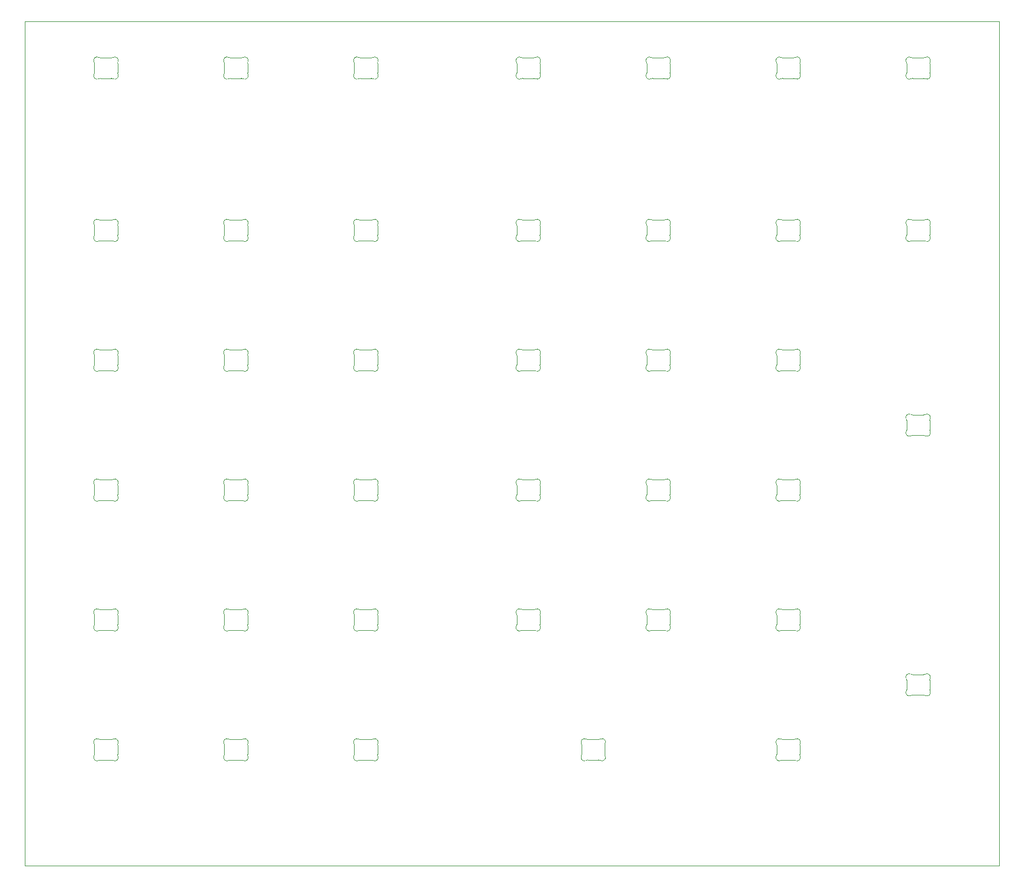
<source format=gbr>
%TF.GenerationSoftware,KiCad,Pcbnew,(6.0.9)*%
%TF.CreationDate,2022-12-06T20:12:41+01:00*%
%TF.ProjectId,tekskey-rounded-num,74656b73-6b65-4792-9d72-6f756e646564,rev?*%
%TF.SameCoordinates,Original*%
%TF.FileFunction,Profile,NP*%
%FSLAX46Y46*%
G04 Gerber Fmt 4.6, Leading zero omitted, Abs format (unit mm)*
G04 Created by KiCad (PCBNEW (6.0.9)) date 2022-12-06 20:12:41*
%MOMM*%
%LPD*%
G01*
G04 APERTURE LIST*
%TA.AperFunction,Profile*%
%ADD10C,0.100000*%
%TD*%
G04 APERTURE END LIST*
D10*
X48135000Y-38691250D02*
X191010000Y-38691250D01*
X191010000Y-38691250D02*
X191010000Y-162516250D01*
X191010000Y-162516250D02*
X48135000Y-162516250D01*
X48135000Y-162516250D02*
X48135000Y-38691250D01*
%TO.C,LED217*%
X96441251Y-87677159D02*
X96441251Y-89082843D01*
X99841249Y-89082843D02*
X99841249Y-87677159D01*
X98935702Y-86880001D02*
X97346798Y-86880001D01*
X97346798Y-89880000D02*
X98935703Y-89880000D01*
X97346797Y-89880001D02*
G75*
G03*
X97094539Y-89948300I3J-500009D01*
G01*
X96441265Y-87677158D02*
G75*
G03*
X96391766Y-87460281I-499615J58D01*
G01*
X96391766Y-89299721D02*
G75*
G03*
X97094539Y-89948300I450514J-216879D01*
G01*
X99187960Y-89948300D02*
G75*
G03*
X99890734Y-89299721I252259J431701D01*
G01*
X99187961Y-89948299D02*
G75*
G03*
X98935703Y-89880000I-252261J-431710D01*
G01*
X98935702Y-86880001D02*
G75*
G03*
X99187961Y-86811702I-2J500009D01*
G01*
X99841249Y-89082844D02*
G75*
G03*
X99890734Y-89299721I499990J-1D01*
G01*
X99890733Y-87460282D02*
G75*
G03*
X99187961Y-86811702I-450513J216880D01*
G01*
X96391764Y-89299720D02*
G75*
G03*
X96441251Y-89082843I-450504J216880D01*
G01*
X99890734Y-87460281D02*
G75*
G03*
X99841249Y-87677159I450505J-216876D01*
G01*
X97094539Y-86811704D02*
G75*
G03*
X96391766Y-87460281I-252258J-431700D01*
G01*
X97094540Y-86811703D02*
G75*
G03*
X97346798Y-86880001I252260J431713D01*
G01*
%TO.C,LED223*%
X78296798Y-108929999D02*
X79885702Y-108929999D01*
X79885702Y-105930000D02*
X78296797Y-105930000D01*
X77391251Y-106727157D02*
X77391251Y-108132841D01*
X80791249Y-108132841D02*
X80791249Y-106727157D01*
X77341768Y-108349719D02*
G75*
G03*
X78044539Y-108998298I450512J-216881D01*
G01*
X78044539Y-105861701D02*
G75*
G03*
X78296797Y-105930000I252261J431711D01*
G01*
X78296798Y-108929999D02*
G75*
G03*
X78044539Y-108998298I2J-500011D01*
G01*
X78044539Y-105861702D02*
G75*
G03*
X77341766Y-106510279I-252258J-431700D01*
G01*
X77391252Y-106727156D02*
G75*
G03*
X77341766Y-106510279I-499302J156D01*
G01*
X77341768Y-108349720D02*
G75*
G03*
X77391251Y-108132841I-450718J216920D01*
G01*
X80791249Y-108132842D02*
G75*
G03*
X80840734Y-108349719I499990J-1D01*
G01*
X79885703Y-105929999D02*
G75*
G03*
X80137961Y-105861700I-3J500009D01*
G01*
X80137960Y-108998298D02*
G75*
G03*
X79885702Y-108929999I-252261J-431710D01*
G01*
X80137961Y-108998296D02*
G75*
G03*
X80840734Y-108349719I252258J431700D01*
G01*
X80840734Y-106510279D02*
G75*
G03*
X80137961Y-105861700I-450515J216878D01*
G01*
X80840734Y-106510279D02*
G75*
G03*
X80791249Y-106727157I450505J-216876D01*
G01*
%TO.C,LED225*%
X121159298Y-108929999D02*
X122748202Y-108929999D01*
X123653749Y-108132841D02*
X123653749Y-106727157D01*
X122748202Y-105930000D02*
X121159297Y-105930000D01*
X120253751Y-106727157D02*
X120253751Y-108132841D01*
X123703234Y-106510279D02*
G75*
G03*
X123000461Y-105861700I-450515J216878D01*
G01*
X120253752Y-106727156D02*
G75*
G03*
X120204266Y-106510279I-499302J156D01*
G01*
X121159298Y-108929999D02*
G75*
G03*
X120907039Y-108998298I2J-500011D01*
G01*
X123703234Y-106510279D02*
G75*
G03*
X123653749Y-106727157I450505J-216876D01*
G01*
X120907039Y-105861701D02*
G75*
G03*
X121159297Y-105930000I252261J431711D01*
G01*
X123653749Y-108132842D02*
G75*
G03*
X123703234Y-108349719I499990J-1D01*
G01*
X122748203Y-105929999D02*
G75*
G03*
X123000461Y-105861700I-3J500009D01*
G01*
X120204268Y-108349719D02*
G75*
G03*
X120907039Y-108998298I450512J-216881D01*
G01*
X123000460Y-108998298D02*
G75*
G03*
X122748202Y-108929999I-252261J-431710D01*
G01*
X120907039Y-105861702D02*
G75*
G03*
X120204266Y-106510279I-252258J-431700D01*
G01*
X123000461Y-108998296D02*
G75*
G03*
X123703234Y-108349719I252258J431700D01*
G01*
X120204268Y-108349720D02*
G75*
G03*
X120253751Y-108132841I-450718J216920D01*
G01*
%TO.C,LED210*%
X98935702Y-67830000D02*
X97346797Y-67830000D01*
X97346798Y-70829999D02*
X98935702Y-70829999D01*
X99841249Y-70032841D02*
X99841249Y-68627157D01*
X96441251Y-68627157D02*
X96441251Y-70032841D01*
X98935703Y-67829999D02*
G75*
G03*
X99187961Y-67761700I-3J500009D01*
G01*
X96391768Y-70249719D02*
G75*
G03*
X97094539Y-70898298I450512J-216881D01*
G01*
X96441252Y-68627156D02*
G75*
G03*
X96391766Y-68410279I-499302J156D01*
G01*
X96391768Y-70249720D02*
G75*
G03*
X96441251Y-70032841I-450718J216920D01*
G01*
X99890734Y-68410279D02*
G75*
G03*
X99841249Y-68627157I450505J-216876D01*
G01*
X99841249Y-70032842D02*
G75*
G03*
X99890734Y-70249719I499990J-1D01*
G01*
X99187961Y-70898296D02*
G75*
G03*
X99890734Y-70249719I252258J431700D01*
G01*
X99187960Y-70898298D02*
G75*
G03*
X98935702Y-70829999I-252261J-431710D01*
G01*
X97094539Y-67761702D02*
G75*
G03*
X96391766Y-68410279I-252258J-431700D01*
G01*
X97346798Y-70829999D02*
G75*
G03*
X97094539Y-70898298I2J-500011D01*
G01*
X99890734Y-68410279D02*
G75*
G03*
X99187961Y-67761700I-450515J216878D01*
G01*
X97094539Y-67761701D02*
G75*
G03*
X97346797Y-67830000I252261J431711D01*
G01*
%TO.C,LED233*%
X140209298Y-127980000D02*
X141798203Y-127980000D01*
X141798202Y-124980001D02*
X140209298Y-124980001D01*
X139303751Y-125777159D02*
X139303751Y-127182843D01*
X142703749Y-127182843D02*
X142703749Y-125777159D01*
X140209297Y-127980001D02*
G75*
G03*
X139957039Y-128048300I3J-500009D01*
G01*
X141798202Y-124980001D02*
G75*
G03*
X142050461Y-124911702I-2J500009D01*
G01*
X142703749Y-127182844D02*
G75*
G03*
X142753234Y-127399721I499990J-1D01*
G01*
X139303765Y-125777158D02*
G75*
G03*
X139254266Y-125560281I-499615J58D01*
G01*
X139254266Y-127399721D02*
G75*
G03*
X139957039Y-128048300I450514J-216879D01*
G01*
X142050460Y-128048300D02*
G75*
G03*
X142753234Y-127399721I252259J431701D01*
G01*
X139254264Y-127399720D02*
G75*
G03*
X139303751Y-127182843I-450504J216880D01*
G01*
X139957039Y-124911704D02*
G75*
G03*
X139254266Y-125560281I-252258J-431700D01*
G01*
X142753234Y-125560281D02*
G75*
G03*
X142703749Y-125777159I450505J-216876D01*
G01*
X142050461Y-128048299D02*
G75*
G03*
X141798203Y-127980000I-252261J-431710D01*
G01*
X139957040Y-124911703D02*
G75*
G03*
X140209298Y-124980001I252260J431713D01*
G01*
X142753233Y-125560282D02*
G75*
G03*
X142050461Y-124911702I-450513J216880D01*
G01*
%TO.C,LED227*%
X161753749Y-108132841D02*
X161753749Y-106727157D01*
X160848202Y-105930000D02*
X159259297Y-105930000D01*
X158353751Y-106727157D02*
X158353751Y-108132841D01*
X159259298Y-108929999D02*
X160848202Y-108929999D01*
X161803234Y-106510279D02*
G75*
G03*
X161753749Y-106727157I450505J-216876D01*
G01*
X159007039Y-105861701D02*
G75*
G03*
X159259297Y-105930000I252261J431711D01*
G01*
X159259298Y-108929999D02*
G75*
G03*
X159007039Y-108998298I2J-500011D01*
G01*
X161753749Y-108132842D02*
G75*
G03*
X161803234Y-108349719I499990J-1D01*
G01*
X158353752Y-106727156D02*
G75*
G03*
X158304266Y-106510279I-499302J156D01*
G01*
X161803234Y-106510279D02*
G75*
G03*
X161100461Y-105861700I-450515J216878D01*
G01*
X160848203Y-105929999D02*
G75*
G03*
X161100461Y-105861700I-3J500009D01*
G01*
X161100461Y-108998296D02*
G75*
G03*
X161803234Y-108349719I252258J431700D01*
G01*
X159007039Y-105861702D02*
G75*
G03*
X158304266Y-106510279I-252258J-431700D01*
G01*
X161100460Y-108998298D02*
G75*
G03*
X160848202Y-108929999I-252261J-431710D01*
G01*
X158304268Y-108349719D02*
G75*
G03*
X159007039Y-108998298I450512J-216881D01*
G01*
X158304268Y-108349720D02*
G75*
G03*
X158353751Y-108132841I-450718J216920D01*
G01*
%TO.C,LED220*%
X160848202Y-86880001D02*
X159259298Y-86880001D01*
X159259298Y-89880000D02*
X160848203Y-89880000D01*
X161753749Y-89082843D02*
X161753749Y-87677159D01*
X158353751Y-87677159D02*
X158353751Y-89082843D01*
X159007040Y-86811703D02*
G75*
G03*
X159259298Y-86880001I252260J431713D01*
G01*
X159007039Y-86811704D02*
G75*
G03*
X158304266Y-87460281I-252258J-431700D01*
G01*
X161100460Y-89948300D02*
G75*
G03*
X161803234Y-89299721I252259J431701D01*
G01*
X160848202Y-86880001D02*
G75*
G03*
X161100461Y-86811702I-2J500009D01*
G01*
X159259297Y-89880001D02*
G75*
G03*
X159007039Y-89948300I3J-500009D01*
G01*
X158304264Y-89299720D02*
G75*
G03*
X158353751Y-89082843I-450504J216880D01*
G01*
X158304266Y-89299721D02*
G75*
G03*
X159007039Y-89948300I450514J-216879D01*
G01*
X161803233Y-87460282D02*
G75*
G03*
X161100461Y-86811702I-450513J216880D01*
G01*
X161803234Y-87460281D02*
G75*
G03*
X161753749Y-87677159I450505J-216876D01*
G01*
X161100461Y-89948299D02*
G75*
G03*
X160848203Y-89880000I-252261J-431710D01*
G01*
X158353765Y-87677158D02*
G75*
G03*
X158304266Y-87460281I-499615J58D01*
G01*
X161753749Y-89082844D02*
G75*
G03*
X161803234Y-89299721I499990J-1D01*
G01*
%TO.C,LED236*%
X61741249Y-146232841D02*
X61741249Y-144827157D01*
X58341251Y-144827157D02*
X58341251Y-146232841D01*
X59246798Y-147029999D02*
X60835702Y-147029999D01*
X60835702Y-144030000D02*
X59246797Y-144030000D01*
X61087961Y-147098296D02*
G75*
G03*
X61790734Y-146449719I252258J431700D01*
G01*
X61790734Y-144610279D02*
G75*
G03*
X61741249Y-144827157I450505J-216876D01*
G01*
X58994539Y-143961702D02*
G75*
G03*
X58291766Y-144610279I-252258J-431700D01*
G01*
X58291768Y-146449719D02*
G75*
G03*
X58994539Y-147098298I450512J-216881D01*
G01*
X58291768Y-146449720D02*
G75*
G03*
X58341251Y-146232841I-450718J216920D01*
G01*
X58341252Y-144827156D02*
G75*
G03*
X58291766Y-144610279I-499302J156D01*
G01*
X61741249Y-146232842D02*
G75*
G03*
X61790734Y-146449719I499990J-1D01*
G01*
X61087960Y-147098298D02*
G75*
G03*
X60835702Y-147029999I-252261J-431710D01*
G01*
X60835703Y-144029999D02*
G75*
G03*
X61087961Y-143961700I-3J500009D01*
G01*
X59246798Y-147029999D02*
G75*
G03*
X58994539Y-147098298I2J-500011D01*
G01*
X58994539Y-143961701D02*
G75*
G03*
X59246797Y-144030000I252261J431711D01*
G01*
X61790734Y-144610279D02*
G75*
G03*
X61087961Y-143961700I-450515J216878D01*
G01*
%TO.C,LED216*%
X77391251Y-87677159D02*
X77391251Y-89082843D01*
X80791249Y-89082843D02*
X80791249Y-87677159D01*
X79885702Y-86880001D02*
X78296798Y-86880001D01*
X78296798Y-89880000D02*
X79885703Y-89880000D01*
X78044540Y-86811703D02*
G75*
G03*
X78296798Y-86880001I252260J431713D01*
G01*
X80137960Y-89948300D02*
G75*
G03*
X80840734Y-89299721I252259J431701D01*
G01*
X80791249Y-89082844D02*
G75*
G03*
X80840734Y-89299721I499990J-1D01*
G01*
X78044539Y-86811704D02*
G75*
G03*
X77341766Y-87460281I-252258J-431700D01*
G01*
X78296797Y-89880001D02*
G75*
G03*
X78044539Y-89948300I3J-500009D01*
G01*
X79885702Y-86880001D02*
G75*
G03*
X80137961Y-86811702I-2J500009D01*
G01*
X77341766Y-89299721D02*
G75*
G03*
X78044539Y-89948300I450514J-216879D01*
G01*
X80840734Y-87460281D02*
G75*
G03*
X80791249Y-87677159I450505J-216876D01*
G01*
X77341764Y-89299720D02*
G75*
G03*
X77391251Y-89082843I-450504J216880D01*
G01*
X80137961Y-89948299D02*
G75*
G03*
X79885703Y-89880000I-252261J-431710D01*
G01*
X77391265Y-87677158D02*
G75*
G03*
X77341766Y-87460281I-499615J58D01*
G01*
X80840733Y-87460282D02*
G75*
G03*
X80137961Y-86811702I-450513J216880D01*
G01*
%TO.C,LED230*%
X77391251Y-125777159D02*
X77391251Y-127182843D01*
X79885702Y-124980001D02*
X78296798Y-124980001D01*
X78296798Y-127980000D02*
X79885703Y-127980000D01*
X80791249Y-127182843D02*
X80791249Y-125777159D01*
X77341766Y-127399721D02*
G75*
G03*
X78044539Y-128048300I450514J-216879D01*
G01*
X80791249Y-127182844D02*
G75*
G03*
X80840734Y-127399721I499990J-1D01*
G01*
X80840734Y-125560281D02*
G75*
G03*
X80791249Y-125777159I450505J-216876D01*
G01*
X80840733Y-125560282D02*
G75*
G03*
X80137961Y-124911702I-450513J216880D01*
G01*
X77391265Y-125777158D02*
G75*
G03*
X77341766Y-125560281I-499615J58D01*
G01*
X78044540Y-124911703D02*
G75*
G03*
X78296798Y-124980001I252260J431713D01*
G01*
X77341764Y-127399720D02*
G75*
G03*
X77391251Y-127182843I-450504J216880D01*
G01*
X78044539Y-124911704D02*
G75*
G03*
X77341766Y-125560281I-252258J-431700D01*
G01*
X80137960Y-128048300D02*
G75*
G03*
X80840734Y-127399721I252259J431701D01*
G01*
X80137961Y-128048299D02*
G75*
G03*
X79885703Y-127980000I-252261J-431710D01*
G01*
X78296797Y-127980001D02*
G75*
G03*
X78044539Y-128048300I3J-500009D01*
G01*
X79885702Y-124980001D02*
G75*
G03*
X80137961Y-124911702I-2J500009D01*
G01*
%TO.C,LED207*%
X180803749Y-46220343D02*
X180803749Y-44814659D01*
X179898202Y-44017501D02*
X178309298Y-44017501D01*
X178309298Y-47017500D02*
X179898203Y-47017500D01*
X177403751Y-44814659D02*
X177403751Y-46220343D01*
X180853233Y-44597782D02*
G75*
G03*
X180150461Y-43949202I-450513J216880D01*
G01*
X180150461Y-47085799D02*
G75*
G03*
X179898203Y-47017500I-252261J-431710D01*
G01*
X179898202Y-44017501D02*
G75*
G03*
X180150461Y-43949202I-2J500009D01*
G01*
X180853234Y-44597781D02*
G75*
G03*
X180803749Y-44814659I450505J-216876D01*
G01*
X180803749Y-46220344D02*
G75*
G03*
X180853234Y-46437221I499990J-1D01*
G01*
X180150460Y-47085800D02*
G75*
G03*
X180853234Y-46437221I252259J431701D01*
G01*
X177403765Y-44814658D02*
G75*
G03*
X177354266Y-44597781I-499615J58D01*
G01*
X178309297Y-47017501D02*
G75*
G03*
X178057039Y-47085800I3J-500009D01*
G01*
X177354264Y-46437220D02*
G75*
G03*
X177403751Y-46220343I-450504J216880D01*
G01*
X178057039Y-43949204D02*
G75*
G03*
X177354266Y-44597781I-252258J-431700D01*
G01*
X178057040Y-43949203D02*
G75*
G03*
X178309298Y-44017501I252260J431713D01*
G01*
X177354266Y-46437221D02*
G75*
G03*
X178057039Y-47085800I450514J-216879D01*
G01*
%TO.C,LED212*%
X139303751Y-68627157D02*
X139303751Y-70032841D01*
X141798202Y-67830000D02*
X140209297Y-67830000D01*
X142703749Y-70032841D02*
X142703749Y-68627157D01*
X140209298Y-70829999D02*
X141798202Y-70829999D01*
X142050461Y-70898296D02*
G75*
G03*
X142753234Y-70249719I252258J431700D01*
G01*
X139254268Y-70249719D02*
G75*
G03*
X139957039Y-70898298I450512J-216881D01*
G01*
X140209298Y-70829999D02*
G75*
G03*
X139957039Y-70898298I2J-500011D01*
G01*
X142050460Y-70898298D02*
G75*
G03*
X141798202Y-70829999I-252261J-431710D01*
G01*
X141798203Y-67829999D02*
G75*
G03*
X142050461Y-67761700I-3J500009D01*
G01*
X142753234Y-68410279D02*
G75*
G03*
X142050461Y-67761700I-450515J216878D01*
G01*
X139957039Y-67761702D02*
G75*
G03*
X139254266Y-68410279I-252258J-431700D01*
G01*
X139254268Y-70249720D02*
G75*
G03*
X139303751Y-70032841I-450718J216920D01*
G01*
X142753234Y-68410279D02*
G75*
G03*
X142703749Y-68627157I450505J-216876D01*
G01*
X142703749Y-70032842D02*
G75*
G03*
X142753234Y-70249719I499990J-1D01*
G01*
X139957039Y-67761701D02*
G75*
G03*
X140209297Y-67830000I252261J431711D01*
G01*
X139303752Y-68627156D02*
G75*
G03*
X139254266Y-68410279I-499302J156D01*
G01*
%TO.C,LED224*%
X98935702Y-105930000D02*
X97346797Y-105930000D01*
X97346798Y-108929999D02*
X98935702Y-108929999D01*
X99841249Y-108132841D02*
X99841249Y-106727157D01*
X96441251Y-106727157D02*
X96441251Y-108132841D01*
X97094539Y-105861701D02*
G75*
G03*
X97346797Y-105930000I252261J431711D01*
G01*
X98935703Y-105929999D02*
G75*
G03*
X99187961Y-105861700I-3J500009D01*
G01*
X99890734Y-106510279D02*
G75*
G03*
X99841249Y-106727157I450505J-216876D01*
G01*
X99187961Y-108998296D02*
G75*
G03*
X99890734Y-108349719I252258J431700D01*
G01*
X97346798Y-108929999D02*
G75*
G03*
X97094539Y-108998298I2J-500011D01*
G01*
X97094539Y-105861702D02*
G75*
G03*
X96391766Y-106510279I-252258J-431700D01*
G01*
X99187960Y-108998298D02*
G75*
G03*
X98935702Y-108929999I-252261J-431710D01*
G01*
X96391768Y-108349719D02*
G75*
G03*
X97094539Y-108998298I450512J-216881D01*
G01*
X96441252Y-106727156D02*
G75*
G03*
X96391766Y-106510279I-499302J156D01*
G01*
X99841249Y-108132842D02*
G75*
G03*
X99890734Y-108349719I499990J-1D01*
G01*
X96391768Y-108349720D02*
G75*
G03*
X96441251Y-108132841I-450718J216920D01*
G01*
X99890734Y-106510279D02*
G75*
G03*
X99187961Y-105861700I-450515J216878D01*
G01*
%TO.C,LED209*%
X79885702Y-67830000D02*
X78296797Y-67830000D01*
X78296798Y-70829999D02*
X79885702Y-70829999D01*
X80791249Y-70032841D02*
X80791249Y-68627157D01*
X77391251Y-68627157D02*
X77391251Y-70032841D01*
X80840734Y-68410279D02*
G75*
G03*
X80137961Y-67761700I-450515J216878D01*
G01*
X79885703Y-67829999D02*
G75*
G03*
X80137961Y-67761700I-3J500009D01*
G01*
X80137960Y-70898298D02*
G75*
G03*
X79885702Y-70829999I-252261J-431710D01*
G01*
X77341768Y-70249720D02*
G75*
G03*
X77391251Y-70032841I-450718J216920D01*
G01*
X77391252Y-68627156D02*
G75*
G03*
X77341766Y-68410279I-499302J156D01*
G01*
X78044539Y-67761701D02*
G75*
G03*
X78296797Y-67830000I252261J431711D01*
G01*
X78296798Y-70829999D02*
G75*
G03*
X78044539Y-70898298I2J-500011D01*
G01*
X77341768Y-70249719D02*
G75*
G03*
X78044539Y-70898298I450512J-216881D01*
G01*
X80840734Y-68410279D02*
G75*
G03*
X80791249Y-68627157I450505J-216876D01*
G01*
X80137961Y-70898296D02*
G75*
G03*
X80840734Y-70249719I252258J431700D01*
G01*
X80791249Y-70032842D02*
G75*
G03*
X80840734Y-70249719I499990J-1D01*
G01*
X78044539Y-67761702D02*
G75*
G03*
X77341766Y-68410279I-252258J-431700D01*
G01*
%TO.C,LED201*%
X61741249Y-46220343D02*
X61741249Y-44814659D01*
X60835702Y-44017501D02*
X59246798Y-44017501D01*
X59246798Y-47017500D02*
X60835703Y-47017500D01*
X58341251Y-44814659D02*
X58341251Y-46220343D01*
X58994539Y-43949204D02*
G75*
G03*
X58291766Y-44597781I-252258J-431700D01*
G01*
X61087960Y-47085800D02*
G75*
G03*
X61790734Y-46437221I252259J431701D01*
G01*
X61790734Y-44597781D02*
G75*
G03*
X61741249Y-44814659I450505J-216876D01*
G01*
X61087961Y-47085799D02*
G75*
G03*
X60835703Y-47017500I-252261J-431710D01*
G01*
X58291764Y-46437220D02*
G75*
G03*
X58341251Y-46220343I-450504J216880D01*
G01*
X59246797Y-47017501D02*
G75*
G03*
X58994539Y-47085800I3J-500009D01*
G01*
X58994540Y-43949203D02*
G75*
G03*
X59246798Y-44017501I252260J431713D01*
G01*
X58341265Y-44814658D02*
G75*
G03*
X58291766Y-44597781I-499615J58D01*
G01*
X58291766Y-46437221D02*
G75*
G03*
X58994539Y-47085800I450514J-216879D01*
G01*
X60835702Y-44017501D02*
G75*
G03*
X61087961Y-43949202I-2J500009D01*
G01*
X61741249Y-46220344D02*
G75*
G03*
X61790734Y-46437221I499990J-1D01*
G01*
X61790733Y-44597782D02*
G75*
G03*
X61087961Y-43949202I-450513J216880D01*
G01*
%TO.C,LED234*%
X160848202Y-124980001D02*
X159259298Y-124980001D01*
X158353751Y-125777159D02*
X158353751Y-127182843D01*
X161753749Y-127182843D02*
X161753749Y-125777159D01*
X159259298Y-127980000D02*
X160848203Y-127980000D01*
X160848202Y-124980001D02*
G75*
G03*
X161100461Y-124911702I-2J500009D01*
G01*
X161100460Y-128048300D02*
G75*
G03*
X161803234Y-127399721I252259J431701D01*
G01*
X159007040Y-124911703D02*
G75*
G03*
X159259298Y-124980001I252260J431713D01*
G01*
X158353765Y-125777158D02*
G75*
G03*
X158304266Y-125560281I-499615J58D01*
G01*
X161753749Y-127182844D02*
G75*
G03*
X161803234Y-127399721I499990J-1D01*
G01*
X161803233Y-125560282D02*
G75*
G03*
X161100461Y-124911702I-450513J216880D01*
G01*
X159007039Y-124911704D02*
G75*
G03*
X158304266Y-125560281I-252258J-431700D01*
G01*
X161803234Y-125560281D02*
G75*
G03*
X161753749Y-125777159I450505J-216876D01*
G01*
X159259297Y-127980001D02*
G75*
G03*
X159007039Y-128048300I3J-500009D01*
G01*
X158304264Y-127399720D02*
G75*
G03*
X158353751Y-127182843I-450504J216880D01*
G01*
X161100461Y-128048299D02*
G75*
G03*
X160848203Y-127980000I-252261J-431710D01*
G01*
X158304266Y-127399721D02*
G75*
G03*
X159007039Y-128048300I450514J-216879D01*
G01*
%TO.C,LED241*%
X161753749Y-146232841D02*
X161753749Y-144827157D01*
X158353751Y-144827157D02*
X158353751Y-146232841D01*
X159259298Y-147029999D02*
X160848202Y-147029999D01*
X160848202Y-144030000D02*
X159259297Y-144030000D01*
X161100460Y-147098298D02*
G75*
G03*
X160848202Y-147029999I-252261J-431710D01*
G01*
X159259298Y-147029999D02*
G75*
G03*
X159007039Y-147098298I2J-500011D01*
G01*
X159007039Y-143961702D02*
G75*
G03*
X158304266Y-144610279I-252258J-431700D01*
G01*
X161803234Y-144610279D02*
G75*
G03*
X161753749Y-144827157I450505J-216876D01*
G01*
X158353752Y-144827156D02*
G75*
G03*
X158304266Y-144610279I-499302J156D01*
G01*
X160848203Y-144029999D02*
G75*
G03*
X161100461Y-143961700I-3J500009D01*
G01*
X158304268Y-146449720D02*
G75*
G03*
X158353751Y-146232841I-450718J216920D01*
G01*
X161753749Y-146232842D02*
G75*
G03*
X161803234Y-146449719I499990J-1D01*
G01*
X161803234Y-144610279D02*
G75*
G03*
X161100461Y-143961700I-450515J216878D01*
G01*
X158304268Y-146449719D02*
G75*
G03*
X159007039Y-147098298I450512J-216881D01*
G01*
X161100461Y-147098296D02*
G75*
G03*
X161803234Y-146449719I252258J431700D01*
G01*
X159007039Y-143961701D02*
G75*
G03*
X159259297Y-144030000I252261J431711D01*
G01*
%TO.C,LED213*%
X161753749Y-70032841D02*
X161753749Y-68627157D01*
X160848202Y-67830000D02*
X159259297Y-67830000D01*
X158353751Y-68627157D02*
X158353751Y-70032841D01*
X159259298Y-70829999D02*
X160848202Y-70829999D01*
X159259298Y-70829999D02*
G75*
G03*
X159007039Y-70898298I2J-500011D01*
G01*
X158304268Y-70249720D02*
G75*
G03*
X158353751Y-70032841I-450718J216920D01*
G01*
X161803234Y-68410279D02*
G75*
G03*
X161100461Y-67761700I-450515J216878D01*
G01*
X158304268Y-70249719D02*
G75*
G03*
X159007039Y-70898298I450512J-216881D01*
G01*
X161100461Y-70898296D02*
G75*
G03*
X161803234Y-70249719I252258J431700D01*
G01*
X161803234Y-68410279D02*
G75*
G03*
X161753749Y-68627157I450505J-216876D01*
G01*
X161100460Y-70898298D02*
G75*
G03*
X160848202Y-70829999I-252261J-431710D01*
G01*
X161753749Y-70032842D02*
G75*
G03*
X161803234Y-70249719I499990J-1D01*
G01*
X159007039Y-67761702D02*
G75*
G03*
X158304266Y-68410279I-252258J-431700D01*
G01*
X160848203Y-67829999D02*
G75*
G03*
X161100461Y-67761700I-3J500009D01*
G01*
X159007039Y-67761701D02*
G75*
G03*
X159259297Y-67830000I252261J431711D01*
G01*
X158353752Y-68627156D02*
G75*
G03*
X158304266Y-68410279I-499302J156D01*
G01*
%TO.C,LED235*%
X179898202Y-134505001D02*
X178309298Y-134505001D01*
X180803749Y-136707843D02*
X180803749Y-135302159D01*
X178309298Y-137505000D02*
X179898203Y-137505000D01*
X177403751Y-135302159D02*
X177403751Y-136707843D01*
X177354266Y-136924721D02*
G75*
G03*
X178057039Y-137573300I450514J-216879D01*
G01*
X179898202Y-134505001D02*
G75*
G03*
X180150461Y-134436702I-2J500009D01*
G01*
X177403765Y-135302158D02*
G75*
G03*
X177354266Y-135085281I-499615J58D01*
G01*
X180803749Y-136707844D02*
G75*
G03*
X180853234Y-136924721I499990J-1D01*
G01*
X178309297Y-137505001D02*
G75*
G03*
X178057039Y-137573300I3J-500009D01*
G01*
X180150460Y-137573300D02*
G75*
G03*
X180853234Y-136924721I252259J431701D01*
G01*
X178057039Y-134436704D02*
G75*
G03*
X177354266Y-135085281I-252258J-431700D01*
G01*
X180853233Y-135085282D02*
G75*
G03*
X180150461Y-134436702I-450513J216880D01*
G01*
X178057040Y-134436703D02*
G75*
G03*
X178309298Y-134505001I252260J431713D01*
G01*
X180150461Y-137573299D02*
G75*
G03*
X179898203Y-137505000I-252261J-431710D01*
G01*
X180853234Y-135085281D02*
G75*
G03*
X180803749Y-135302159I450505J-216876D01*
G01*
X177354264Y-136924720D02*
G75*
G03*
X177403751Y-136707843I-450504J216880D01*
G01*
%TO.C,LED205*%
X140209298Y-47017500D02*
X141798203Y-47017500D01*
X141798202Y-44017501D02*
X140209298Y-44017501D01*
X142703749Y-46220343D02*
X142703749Y-44814659D01*
X139303751Y-44814659D02*
X139303751Y-46220343D01*
X139254264Y-46437220D02*
G75*
G03*
X139303751Y-46220343I-450504J216880D01*
G01*
X142050461Y-47085799D02*
G75*
G03*
X141798203Y-47017500I-252261J-431710D01*
G01*
X139254266Y-46437221D02*
G75*
G03*
X139957039Y-47085800I450514J-216879D01*
G01*
X142050460Y-47085800D02*
G75*
G03*
X142753234Y-46437221I252259J431701D01*
G01*
X139303765Y-44814658D02*
G75*
G03*
X139254266Y-44597781I-499615J58D01*
G01*
X142753234Y-44597781D02*
G75*
G03*
X142703749Y-44814659I450505J-216876D01*
G01*
X140209297Y-47017501D02*
G75*
G03*
X139957039Y-47085800I3J-500009D01*
G01*
X142753233Y-44597782D02*
G75*
G03*
X142050461Y-43949202I-450513J216880D01*
G01*
X142703749Y-46220344D02*
G75*
G03*
X142753234Y-46437221I499990J-1D01*
G01*
X141798202Y-44017501D02*
G75*
G03*
X142050461Y-43949202I-2J500009D01*
G01*
X139957039Y-43949204D02*
G75*
G03*
X139254266Y-44597781I-252258J-431700D01*
G01*
X139957040Y-43949203D02*
G75*
G03*
X140209298Y-44017501I252260J431713D01*
G01*
%TO.C,LED218*%
X123653749Y-89082843D02*
X123653749Y-87677159D01*
X122748202Y-86880001D02*
X121159298Y-86880001D01*
X120253751Y-87677159D02*
X120253751Y-89082843D01*
X121159298Y-89880000D02*
X122748203Y-89880000D01*
X120907039Y-86811704D02*
G75*
G03*
X120204266Y-87460281I-252258J-431700D01*
G01*
X120253765Y-87677158D02*
G75*
G03*
X120204266Y-87460281I-499615J58D01*
G01*
X120204264Y-89299720D02*
G75*
G03*
X120253751Y-89082843I-450504J216880D01*
G01*
X123000460Y-89948300D02*
G75*
G03*
X123703234Y-89299721I252259J431701D01*
G01*
X121159297Y-89880001D02*
G75*
G03*
X120907039Y-89948300I3J-500009D01*
G01*
X122748202Y-86880001D02*
G75*
G03*
X123000461Y-86811702I-2J500009D01*
G01*
X120204266Y-89299721D02*
G75*
G03*
X120907039Y-89948300I450514J-216879D01*
G01*
X123703234Y-87460281D02*
G75*
G03*
X123653749Y-87677159I450505J-216876D01*
G01*
X123653749Y-89082844D02*
G75*
G03*
X123703234Y-89299721I499990J-1D01*
G01*
X120907040Y-86811703D02*
G75*
G03*
X121159298Y-86880001I252260J431713D01*
G01*
X123703233Y-87460282D02*
G75*
G03*
X123000461Y-86811702I-450513J216880D01*
G01*
X123000461Y-89948299D02*
G75*
G03*
X122748203Y-89880000I-252261J-431710D01*
G01*
%TO.C,LED231*%
X96441251Y-125777159D02*
X96441251Y-127182843D01*
X99841249Y-127182843D02*
X99841249Y-125777159D01*
X97346798Y-127980000D02*
X98935703Y-127980000D01*
X98935702Y-124980001D02*
X97346798Y-124980001D01*
X97094539Y-124911704D02*
G75*
G03*
X96391766Y-125560281I-252258J-431700D01*
G01*
X96391764Y-127399720D02*
G75*
G03*
X96441251Y-127182843I-450504J216880D01*
G01*
X96441265Y-125777158D02*
G75*
G03*
X96391766Y-125560281I-499615J58D01*
G01*
X98935702Y-124980001D02*
G75*
G03*
X99187961Y-124911702I-2J500009D01*
G01*
X99187960Y-128048300D02*
G75*
G03*
X99890734Y-127399721I252259J431701D01*
G01*
X97094540Y-124911703D02*
G75*
G03*
X97346798Y-124980001I252260J431713D01*
G01*
X96391766Y-127399721D02*
G75*
G03*
X97094539Y-128048300I450514J-216879D01*
G01*
X99890733Y-125560282D02*
G75*
G03*
X99187961Y-124911702I-450513J216880D01*
G01*
X97346797Y-127980001D02*
G75*
G03*
X97094539Y-128048300I3J-500009D01*
G01*
X99841249Y-127182844D02*
G75*
G03*
X99890734Y-127399721I499990J-1D01*
G01*
X99187961Y-128048299D02*
G75*
G03*
X98935703Y-127980000I-252261J-431710D01*
G01*
X99890734Y-125560281D02*
G75*
G03*
X99841249Y-125777159I450505J-216876D01*
G01*
%TO.C,LED204*%
X121159298Y-47017500D02*
X122748203Y-47017500D01*
X123653749Y-46220343D02*
X123653749Y-44814659D01*
X122748202Y-44017501D02*
X121159298Y-44017501D01*
X120253751Y-44814659D02*
X120253751Y-46220343D01*
X120204264Y-46437220D02*
G75*
G03*
X120253751Y-46220343I-450504J216880D01*
G01*
X123653749Y-46220344D02*
G75*
G03*
X123703234Y-46437221I499990J-1D01*
G01*
X123703234Y-44597781D02*
G75*
G03*
X123653749Y-44814659I450505J-216876D01*
G01*
X121159297Y-47017501D02*
G75*
G03*
X120907039Y-47085800I3J-500009D01*
G01*
X120204266Y-46437221D02*
G75*
G03*
X120907039Y-47085800I450514J-216879D01*
G01*
X120253765Y-44814658D02*
G75*
G03*
X120204266Y-44597781I-499615J58D01*
G01*
X123000461Y-47085799D02*
G75*
G03*
X122748203Y-47017500I-252261J-431710D01*
G01*
X122748202Y-44017501D02*
G75*
G03*
X123000461Y-43949202I-2J500009D01*
G01*
X120907039Y-43949204D02*
G75*
G03*
X120204266Y-44597781I-252258J-431700D01*
G01*
X120907040Y-43949203D02*
G75*
G03*
X121159298Y-44017501I252260J431713D01*
G01*
X123703233Y-44597782D02*
G75*
G03*
X123000461Y-43949202I-450513J216880D01*
G01*
X123000460Y-47085800D02*
G75*
G03*
X123703234Y-46437221I252259J431701D01*
G01*
%TO.C,LED229*%
X59246798Y-127980000D02*
X60835703Y-127980000D01*
X58341251Y-125777159D02*
X58341251Y-127182843D01*
X60835702Y-124980001D02*
X59246798Y-124980001D01*
X61741249Y-127182843D02*
X61741249Y-125777159D01*
X61087961Y-128048299D02*
G75*
G03*
X60835703Y-127980000I-252261J-431710D01*
G01*
X58291766Y-127399721D02*
G75*
G03*
X58994539Y-128048300I450514J-216879D01*
G01*
X61790733Y-125560282D02*
G75*
G03*
X61087961Y-124911702I-450513J216880D01*
G01*
X58291764Y-127399720D02*
G75*
G03*
X58341251Y-127182843I-450504J216880D01*
G01*
X61741249Y-127182844D02*
G75*
G03*
X61790734Y-127399721I499990J-1D01*
G01*
X61790734Y-125560281D02*
G75*
G03*
X61741249Y-125777159I450505J-216876D01*
G01*
X61087960Y-128048300D02*
G75*
G03*
X61790734Y-127399721I252259J431701D01*
G01*
X60835702Y-124980001D02*
G75*
G03*
X61087961Y-124911702I-2J500009D01*
G01*
X58341265Y-125777158D02*
G75*
G03*
X58291766Y-125560281I-499615J58D01*
G01*
X59246797Y-127980001D02*
G75*
G03*
X58994539Y-128048300I3J-500009D01*
G01*
X58994540Y-124911703D02*
G75*
G03*
X59246798Y-124980001I252260J431713D01*
G01*
X58994539Y-124911704D02*
G75*
G03*
X58291766Y-125560281I-252258J-431700D01*
G01*
%TO.C,LED222*%
X59246798Y-108929999D02*
X60835702Y-108929999D01*
X60835702Y-105930000D02*
X59246797Y-105930000D01*
X61741249Y-108132841D02*
X61741249Y-106727157D01*
X58341251Y-106727157D02*
X58341251Y-108132841D01*
X58341252Y-106727156D02*
G75*
G03*
X58291766Y-106510279I-499302J156D01*
G01*
X58291768Y-108349720D02*
G75*
G03*
X58341251Y-108132841I-450718J216920D01*
G01*
X58291768Y-108349719D02*
G75*
G03*
X58994539Y-108998298I450512J-216881D01*
G01*
X61790734Y-106510279D02*
G75*
G03*
X61087961Y-105861700I-450515J216878D01*
G01*
X58994539Y-105861701D02*
G75*
G03*
X59246797Y-105930000I252261J431711D01*
G01*
X61741249Y-108132842D02*
G75*
G03*
X61790734Y-108349719I499990J-1D01*
G01*
X61087961Y-108998296D02*
G75*
G03*
X61790734Y-108349719I252258J431700D01*
G01*
X61087960Y-108998298D02*
G75*
G03*
X60835702Y-108929999I-252261J-431710D01*
G01*
X58994539Y-105861702D02*
G75*
G03*
X58291766Y-106510279I-252258J-431700D01*
G01*
X60835703Y-105929999D02*
G75*
G03*
X61087961Y-105861700I-3J500009D01*
G01*
X61790734Y-106510279D02*
G75*
G03*
X61741249Y-106727157I450505J-216876D01*
G01*
X59246798Y-108929999D02*
G75*
G03*
X58994539Y-108998298I2J-500011D01*
G01*
%TO.C,LED237*%
X78296798Y-147029999D02*
X79885702Y-147029999D01*
X77391251Y-144827157D02*
X77391251Y-146232841D01*
X79885702Y-144030000D02*
X78296797Y-144030000D01*
X80791249Y-146232841D02*
X80791249Y-144827157D01*
X80840734Y-144610279D02*
G75*
G03*
X80137961Y-143961700I-450515J216878D01*
G01*
X78044539Y-143961701D02*
G75*
G03*
X78296797Y-144030000I252261J431711D01*
G01*
X80137961Y-147098296D02*
G75*
G03*
X80840734Y-146449719I252258J431700D01*
G01*
X79885703Y-144029999D02*
G75*
G03*
X80137961Y-143961700I-3J500009D01*
G01*
X80791249Y-146232842D02*
G75*
G03*
X80840734Y-146449719I499990J-1D01*
G01*
X80137960Y-147098298D02*
G75*
G03*
X79885702Y-147029999I-252261J-431710D01*
G01*
X80840734Y-144610279D02*
G75*
G03*
X80791249Y-144827157I450505J-216876D01*
G01*
X77341768Y-146449720D02*
G75*
G03*
X77391251Y-146232841I-450718J216920D01*
G01*
X78296798Y-147029999D02*
G75*
G03*
X78044539Y-147098298I2J-500011D01*
G01*
X78044539Y-143961702D02*
G75*
G03*
X77341766Y-144610279I-252258J-431700D01*
G01*
X77341768Y-146449719D02*
G75*
G03*
X78044539Y-147098298I450512J-216881D01*
G01*
X77391252Y-144827156D02*
G75*
G03*
X77341766Y-144610279I-499302J156D01*
G01*
%TO.C,LED232*%
X120253751Y-125777159D02*
X120253751Y-127182843D01*
X121159298Y-127980000D02*
X122748203Y-127980000D01*
X123653749Y-127182843D02*
X123653749Y-125777159D01*
X122748202Y-124980001D02*
X121159298Y-124980001D01*
X120204266Y-127399721D02*
G75*
G03*
X120907039Y-128048300I450514J-216879D01*
G01*
X123703233Y-125560282D02*
G75*
G03*
X123000461Y-124911702I-450513J216880D01*
G01*
X121159297Y-127980001D02*
G75*
G03*
X120907039Y-128048300I3J-500009D01*
G01*
X122748202Y-124980001D02*
G75*
G03*
X123000461Y-124911702I-2J500009D01*
G01*
X123653749Y-127182844D02*
G75*
G03*
X123703234Y-127399721I499990J-1D01*
G01*
X120253765Y-125777158D02*
G75*
G03*
X120204266Y-125560281I-499615J58D01*
G01*
X120907040Y-124911703D02*
G75*
G03*
X121159298Y-124980001I252260J431713D01*
G01*
X123703234Y-125560281D02*
G75*
G03*
X123653749Y-125777159I450505J-216876D01*
G01*
X123000461Y-128048299D02*
G75*
G03*
X122748203Y-127980000I-252261J-431710D01*
G01*
X120204264Y-127399720D02*
G75*
G03*
X120253751Y-127182843I-450504J216880D01*
G01*
X123000460Y-128048300D02*
G75*
G03*
X123703234Y-127399721I252259J431701D01*
G01*
X120907039Y-124911704D02*
G75*
G03*
X120204266Y-125560281I-252258J-431700D01*
G01*
%TO.C,LED203*%
X98935702Y-44017501D02*
X97346798Y-44017501D01*
X99841249Y-46220343D02*
X99841249Y-44814659D01*
X97346798Y-47017500D02*
X98935703Y-47017500D01*
X96441251Y-44814659D02*
X96441251Y-46220343D01*
X97094539Y-43949204D02*
G75*
G03*
X96391766Y-44597781I-252258J-431700D01*
G01*
X99841249Y-46220344D02*
G75*
G03*
X99890734Y-46437221I499990J-1D01*
G01*
X99187960Y-47085800D02*
G75*
G03*
X99890734Y-46437221I252259J431701D01*
G01*
X99890734Y-44597781D02*
G75*
G03*
X99841249Y-44814659I450505J-216876D01*
G01*
X96391764Y-46437220D02*
G75*
G03*
X96441251Y-46220343I-450504J216880D01*
G01*
X96391766Y-46437221D02*
G75*
G03*
X97094539Y-47085800I450514J-216879D01*
G01*
X99187961Y-47085799D02*
G75*
G03*
X98935703Y-47017500I-252261J-431710D01*
G01*
X98935702Y-44017501D02*
G75*
G03*
X99187961Y-43949202I-2J500009D01*
G01*
X97346797Y-47017501D02*
G75*
G03*
X97094539Y-47085800I3J-500009D01*
G01*
X99890733Y-44597782D02*
G75*
G03*
X99187961Y-43949202I-450513J216880D01*
G01*
X97094540Y-43949203D02*
G75*
G03*
X97346798Y-44017501I252260J431713D01*
G01*
X96441265Y-44814658D02*
G75*
G03*
X96391766Y-44597781I-499615J58D01*
G01*
%TO.C,LED226*%
X139303751Y-106727157D02*
X139303751Y-108132841D01*
X140209298Y-108929999D02*
X141798202Y-108929999D01*
X142703749Y-108132841D02*
X142703749Y-106727157D01*
X141798202Y-105930000D02*
X140209297Y-105930000D01*
X142050461Y-108998296D02*
G75*
G03*
X142753234Y-108349719I252258J431700D01*
G01*
X142753234Y-106510279D02*
G75*
G03*
X142703749Y-106727157I450505J-216876D01*
G01*
X142050460Y-108998298D02*
G75*
G03*
X141798202Y-108929999I-252261J-431710D01*
G01*
X140209298Y-108929999D02*
G75*
G03*
X139957039Y-108998298I2J-500011D01*
G01*
X139303752Y-106727156D02*
G75*
G03*
X139254266Y-106510279I-499302J156D01*
G01*
X139957039Y-105861701D02*
G75*
G03*
X140209297Y-105930000I252261J431711D01*
G01*
X142703749Y-108132842D02*
G75*
G03*
X142753234Y-108349719I499990J-1D01*
G01*
X141798203Y-105929999D02*
G75*
G03*
X142050461Y-105861700I-3J500009D01*
G01*
X139254268Y-108349719D02*
G75*
G03*
X139957039Y-108998298I450512J-216881D01*
G01*
X139254268Y-108349720D02*
G75*
G03*
X139303751Y-108132841I-450718J216920D01*
G01*
X142753234Y-106510279D02*
G75*
G03*
X142050461Y-105861700I-450515J216878D01*
G01*
X139957039Y-105861702D02*
G75*
G03*
X139254266Y-106510279I-252258J-431700D01*
G01*
%TO.C,LED208*%
X60835702Y-67830000D02*
X59246797Y-67830000D01*
X61741249Y-70032841D02*
X61741249Y-68627157D01*
X58341251Y-68627157D02*
X58341251Y-70032841D01*
X59246798Y-70829999D02*
X60835702Y-70829999D01*
X61790734Y-68410279D02*
G75*
G03*
X61741249Y-68627157I450505J-216876D01*
G01*
X61790734Y-68410279D02*
G75*
G03*
X61087961Y-67761700I-450515J216878D01*
G01*
X61087960Y-70898298D02*
G75*
G03*
X60835702Y-70829999I-252261J-431710D01*
G01*
X59246798Y-70829999D02*
G75*
G03*
X58994539Y-70898298I2J-500011D01*
G01*
X60835703Y-67829999D02*
G75*
G03*
X61087961Y-67761700I-3J500009D01*
G01*
X58341252Y-68627156D02*
G75*
G03*
X58291766Y-68410279I-499302J156D01*
G01*
X61087961Y-70898296D02*
G75*
G03*
X61790734Y-70249719I252258J431700D01*
G01*
X58291768Y-70249720D02*
G75*
G03*
X58341251Y-70032841I-450718J216920D01*
G01*
X58994539Y-67761702D02*
G75*
G03*
X58291766Y-68410279I-252258J-431700D01*
G01*
X61741249Y-70032842D02*
G75*
G03*
X61790734Y-70249719I499990J-1D01*
G01*
X58291768Y-70249719D02*
G75*
G03*
X58994539Y-70898298I450512J-216881D01*
G01*
X58994539Y-67761701D02*
G75*
G03*
X59246797Y-67830000I252261J431711D01*
G01*
%TO.C,LED221*%
X179898202Y-96405001D02*
X178309298Y-96405001D01*
X177403751Y-97202159D02*
X177403751Y-98607843D01*
X178309298Y-99405000D02*
X179898203Y-99405000D01*
X180803749Y-98607843D02*
X180803749Y-97202159D01*
X178057040Y-96336703D02*
G75*
G03*
X178309298Y-96405001I252260J431713D01*
G01*
X180853233Y-96985282D02*
G75*
G03*
X180150461Y-96336702I-450513J216880D01*
G01*
X180150460Y-99473300D02*
G75*
G03*
X180853234Y-98824721I252259J431701D01*
G01*
X178309297Y-99405001D02*
G75*
G03*
X178057039Y-99473300I3J-500009D01*
G01*
X179898202Y-96405001D02*
G75*
G03*
X180150461Y-96336702I-2J500009D01*
G01*
X177354264Y-98824720D02*
G75*
G03*
X177403751Y-98607843I-450504J216880D01*
G01*
X180853234Y-96985281D02*
G75*
G03*
X180803749Y-97202159I450505J-216876D01*
G01*
X177403765Y-97202158D02*
G75*
G03*
X177354266Y-96985281I-499615J58D01*
G01*
X180803749Y-98607844D02*
G75*
G03*
X180853234Y-98824721I499990J-1D01*
G01*
X178057039Y-96336704D02*
G75*
G03*
X177354266Y-96985281I-252258J-431700D01*
G01*
X177354266Y-98824721D02*
G75*
G03*
X178057039Y-99473300I450514J-216879D01*
G01*
X180150461Y-99473299D02*
G75*
G03*
X179898203Y-99405000I-252261J-431710D01*
G01*
%TO.C,LED215*%
X59246798Y-89880000D02*
X60835703Y-89880000D01*
X58341251Y-87677159D02*
X58341251Y-89082843D01*
X61741249Y-89082843D02*
X61741249Y-87677159D01*
X60835702Y-86880001D02*
X59246798Y-86880001D01*
X58291764Y-89299720D02*
G75*
G03*
X58341251Y-89082843I-450504J216880D01*
G01*
X60835702Y-86880001D02*
G75*
G03*
X61087961Y-86811702I-2J500009D01*
G01*
X61741249Y-89082844D02*
G75*
G03*
X61790734Y-89299721I499990J-1D01*
G01*
X58341265Y-87677158D02*
G75*
G03*
X58291766Y-87460281I-499615J58D01*
G01*
X58994539Y-86811704D02*
G75*
G03*
X58291766Y-87460281I-252258J-431700D01*
G01*
X58994540Y-86811703D02*
G75*
G03*
X59246798Y-86880001I252260J431713D01*
G01*
X61790734Y-87460281D02*
G75*
G03*
X61741249Y-87677159I450505J-216876D01*
G01*
X59246797Y-89880001D02*
G75*
G03*
X58994539Y-89948300I3J-500009D01*
G01*
X61790733Y-87460282D02*
G75*
G03*
X61087961Y-86811702I-450513J216880D01*
G01*
X61087961Y-89948299D02*
G75*
G03*
X60835703Y-89880000I-252261J-431710D01*
G01*
X61087960Y-89948300D02*
G75*
G03*
X61790734Y-89299721I252259J431701D01*
G01*
X58291766Y-89299721D02*
G75*
G03*
X58994539Y-89948300I450514J-216879D01*
G01*
%TO.C,LED219*%
X140209298Y-89880000D02*
X141798203Y-89880000D01*
X139303751Y-87677159D02*
X139303751Y-89082843D01*
X142703749Y-89082843D02*
X142703749Y-87677159D01*
X141798202Y-86880001D02*
X140209298Y-86880001D01*
X141798202Y-86880001D02*
G75*
G03*
X142050461Y-86811702I-2J500009D01*
G01*
X139303765Y-87677158D02*
G75*
G03*
X139254266Y-87460281I-499615J58D01*
G01*
X142050461Y-89948299D02*
G75*
G03*
X141798203Y-89880000I-252261J-431710D01*
G01*
X139957040Y-86811703D02*
G75*
G03*
X140209298Y-86880001I252260J431713D01*
G01*
X142703749Y-89082844D02*
G75*
G03*
X142753234Y-89299721I499990J-1D01*
G01*
X142753233Y-87460282D02*
G75*
G03*
X142050461Y-86811702I-450513J216880D01*
G01*
X139254264Y-89299720D02*
G75*
G03*
X139303751Y-89082843I-450504J216880D01*
G01*
X139254266Y-89299721D02*
G75*
G03*
X139957039Y-89948300I450514J-216879D01*
G01*
X142753234Y-87460281D02*
G75*
G03*
X142703749Y-87677159I450505J-216876D01*
G01*
X142050460Y-89948300D02*
G75*
G03*
X142753234Y-89299721I252259J431701D01*
G01*
X139957039Y-86811704D02*
G75*
G03*
X139254266Y-87460281I-252258J-431700D01*
G01*
X140209297Y-89880001D02*
G75*
G03*
X139957039Y-89948300I3J-500009D01*
G01*
%TO.C,LED238*%
X98935702Y-144030000D02*
X97346797Y-144030000D01*
X97346798Y-147029999D02*
X98935702Y-147029999D01*
X96441251Y-144827157D02*
X96441251Y-146232841D01*
X99841249Y-146232841D02*
X99841249Y-144827157D01*
X99187960Y-147098298D02*
G75*
G03*
X98935702Y-147029999I-252261J-431710D01*
G01*
X99890734Y-144610279D02*
G75*
G03*
X99187961Y-143961700I-450515J216878D01*
G01*
X99841249Y-146232842D02*
G75*
G03*
X99890734Y-146449719I499990J-1D01*
G01*
X97346798Y-147029999D02*
G75*
G03*
X97094539Y-147098298I2J-500011D01*
G01*
X99187961Y-147098296D02*
G75*
G03*
X99890734Y-146449719I252258J431700D01*
G01*
X99890734Y-144610279D02*
G75*
G03*
X99841249Y-144827157I450505J-216876D01*
G01*
X96441252Y-144827156D02*
G75*
G03*
X96391766Y-144610279I-499302J156D01*
G01*
X97094539Y-143961702D02*
G75*
G03*
X96391766Y-144610279I-252258J-431700D01*
G01*
X96391768Y-146449720D02*
G75*
G03*
X96441251Y-146232841I-450718J216920D01*
G01*
X98935703Y-144029999D02*
G75*
G03*
X99187961Y-143961700I-3J500009D01*
G01*
X97094539Y-143961701D02*
G75*
G03*
X97346797Y-144030000I252261J431711D01*
G01*
X96391768Y-146449719D02*
G75*
G03*
X97094539Y-147098298I450512J-216881D01*
G01*
%TO.C,LED202*%
X77391251Y-44814659D02*
X77391251Y-46220343D01*
X79885702Y-44017501D02*
X78296798Y-44017501D01*
X78296798Y-47017500D02*
X79885703Y-47017500D01*
X80791249Y-46220343D02*
X80791249Y-44814659D01*
X80137961Y-47085799D02*
G75*
G03*
X79885703Y-47017500I-252261J-431710D01*
G01*
X78044539Y-43949204D02*
G75*
G03*
X77341766Y-44597781I-252258J-431700D01*
G01*
X78044540Y-43949203D02*
G75*
G03*
X78296798Y-44017501I252260J431713D01*
G01*
X79885702Y-44017501D02*
G75*
G03*
X80137961Y-43949202I-2J500009D01*
G01*
X80791249Y-46220344D02*
G75*
G03*
X80840734Y-46437221I499990J-1D01*
G01*
X80840733Y-44597782D02*
G75*
G03*
X80137961Y-43949202I-450513J216880D01*
G01*
X78296797Y-47017501D02*
G75*
G03*
X78044539Y-47085800I3J-500009D01*
G01*
X80137960Y-47085800D02*
G75*
G03*
X80840734Y-46437221I252259J431701D01*
G01*
X80840734Y-44597781D02*
G75*
G03*
X80791249Y-44814659I450505J-216876D01*
G01*
X77341766Y-46437221D02*
G75*
G03*
X78044539Y-47085800I450514J-216879D01*
G01*
X77341764Y-46437220D02*
G75*
G03*
X77391251Y-46220343I-450504J216880D01*
G01*
X77391265Y-44814658D02*
G75*
G03*
X77341766Y-44597781I-499615J58D01*
G01*
%TO.C,LED211*%
X120253751Y-68627157D02*
X120253751Y-70032841D01*
X123653749Y-70032841D02*
X123653749Y-68627157D01*
X122748202Y-67830000D02*
X121159297Y-67830000D01*
X121159298Y-70829999D02*
X122748202Y-70829999D01*
X123000461Y-70898296D02*
G75*
G03*
X123703234Y-70249719I252258J431700D01*
G01*
X120204268Y-70249720D02*
G75*
G03*
X120253751Y-70032841I-450718J216920D01*
G01*
X120204268Y-70249719D02*
G75*
G03*
X120907039Y-70898298I450512J-216881D01*
G01*
X120907039Y-67761702D02*
G75*
G03*
X120204266Y-68410279I-252258J-431700D01*
G01*
X123703234Y-68410279D02*
G75*
G03*
X123000461Y-67761700I-450515J216878D01*
G01*
X123653749Y-70032842D02*
G75*
G03*
X123703234Y-70249719I499990J-1D01*
G01*
X120907039Y-67761701D02*
G75*
G03*
X121159297Y-67830000I252261J431711D01*
G01*
X120253752Y-68627156D02*
G75*
G03*
X120204266Y-68410279I-499302J156D01*
G01*
X121159298Y-70829999D02*
G75*
G03*
X120907039Y-70898298I2J-500011D01*
G01*
X123000460Y-70898298D02*
G75*
G03*
X122748202Y-70829999I-252261J-431710D01*
G01*
X122748203Y-67829999D02*
G75*
G03*
X123000461Y-67761700I-3J500009D01*
G01*
X123703234Y-68410279D02*
G75*
G03*
X123653749Y-68627157I450505J-216876D01*
G01*
%TO.C,LED206*%
X158353751Y-44814659D02*
X158353751Y-46220343D01*
X161753749Y-46220343D02*
X161753749Y-44814659D01*
X160848202Y-44017501D02*
X159259298Y-44017501D01*
X159259298Y-47017500D02*
X160848203Y-47017500D01*
X159259297Y-47017501D02*
G75*
G03*
X159007039Y-47085800I3J-500009D01*
G01*
X159007039Y-43949204D02*
G75*
G03*
X158304266Y-44597781I-252258J-431700D01*
G01*
X158304266Y-46437221D02*
G75*
G03*
X159007039Y-47085800I450514J-216879D01*
G01*
X161803234Y-44597781D02*
G75*
G03*
X161753749Y-44814659I450505J-216876D01*
G01*
X158304264Y-46437220D02*
G75*
G03*
X158353751Y-46220343I-450504J216880D01*
G01*
X159007040Y-43949203D02*
G75*
G03*
X159259298Y-44017501I252260J431713D01*
G01*
X161753749Y-46220344D02*
G75*
G03*
X161803234Y-46437221I499990J-1D01*
G01*
X161803233Y-44597782D02*
G75*
G03*
X161100461Y-43949202I-450513J216880D01*
G01*
X160848202Y-44017501D02*
G75*
G03*
X161100461Y-43949202I-2J500009D01*
G01*
X161100460Y-47085800D02*
G75*
G03*
X161803234Y-46437221I252259J431701D01*
G01*
X161100461Y-47085799D02*
G75*
G03*
X160848203Y-47017500I-252261J-431710D01*
G01*
X158353765Y-44814658D02*
G75*
G03*
X158304266Y-44597781I-499615J58D01*
G01*
%TO.C,LED239*%
X133178749Y-146232841D02*
X133178749Y-144827157D01*
X132273202Y-144030000D02*
X130684297Y-144030000D01*
X129778751Y-144827157D02*
X129778751Y-146232841D01*
X130684298Y-147029999D02*
X132273202Y-147029999D01*
X132525460Y-147098298D02*
G75*
G03*
X132273202Y-147029999I-252261J-431710D01*
G01*
X129729268Y-146449720D02*
G75*
G03*
X129778751Y-146232841I-450718J216920D01*
G01*
X130432039Y-143961702D02*
G75*
G03*
X129729266Y-144610279I-252258J-431700D01*
G01*
X129778752Y-144827156D02*
G75*
G03*
X129729266Y-144610279I-499302J156D01*
G01*
X133228234Y-144610279D02*
G75*
G03*
X132525461Y-143961700I-450515J216878D01*
G01*
X129729268Y-146449719D02*
G75*
G03*
X130432039Y-147098298I450512J-216881D01*
G01*
X130432039Y-143961701D02*
G75*
G03*
X130684297Y-144030000I252261J431711D01*
G01*
X133178749Y-146232842D02*
G75*
G03*
X133228234Y-146449719I499990J-1D01*
G01*
X132525461Y-147098296D02*
G75*
G03*
X133228234Y-146449719I252258J431700D01*
G01*
X130684298Y-147029999D02*
G75*
G03*
X130432039Y-147098298I2J-500011D01*
G01*
X132273203Y-144029999D02*
G75*
G03*
X132525461Y-143961700I-3J500009D01*
G01*
X133228234Y-144610279D02*
G75*
G03*
X133178749Y-144827157I450505J-216876D01*
G01*
%TO.C,LED214*%
X177403751Y-68627157D02*
X177403751Y-70032841D01*
X178309298Y-70829999D02*
X179898202Y-70829999D01*
X180803749Y-70032841D02*
X180803749Y-68627157D01*
X179898202Y-67830000D02*
X178309297Y-67830000D01*
X180853234Y-68410279D02*
G75*
G03*
X180803749Y-68627157I450505J-216876D01*
G01*
X178309298Y-70829999D02*
G75*
G03*
X178057039Y-70898298I2J-500011D01*
G01*
X178057039Y-67761702D02*
G75*
G03*
X177354266Y-68410279I-252258J-431700D01*
G01*
X177354268Y-70249720D02*
G75*
G03*
X177403751Y-70032841I-450718J216920D01*
G01*
X180150460Y-70898298D02*
G75*
G03*
X179898202Y-70829999I-252261J-431710D01*
G01*
X180803749Y-70032842D02*
G75*
G03*
X180853234Y-70249719I499990J-1D01*
G01*
X180853234Y-68410279D02*
G75*
G03*
X180150461Y-67761700I-450515J216878D01*
G01*
X178057039Y-67761701D02*
G75*
G03*
X178309297Y-67830000I252261J431711D01*
G01*
X177354268Y-70249719D02*
G75*
G03*
X178057039Y-70898298I450512J-216881D01*
G01*
X179898203Y-67829999D02*
G75*
G03*
X180150461Y-67761700I-3J500009D01*
G01*
X177403752Y-68627156D02*
G75*
G03*
X177354266Y-68410279I-499302J156D01*
G01*
X180150461Y-70898296D02*
G75*
G03*
X180853234Y-70249719I252258J431700D01*
G01*
%TD*%
M02*

</source>
